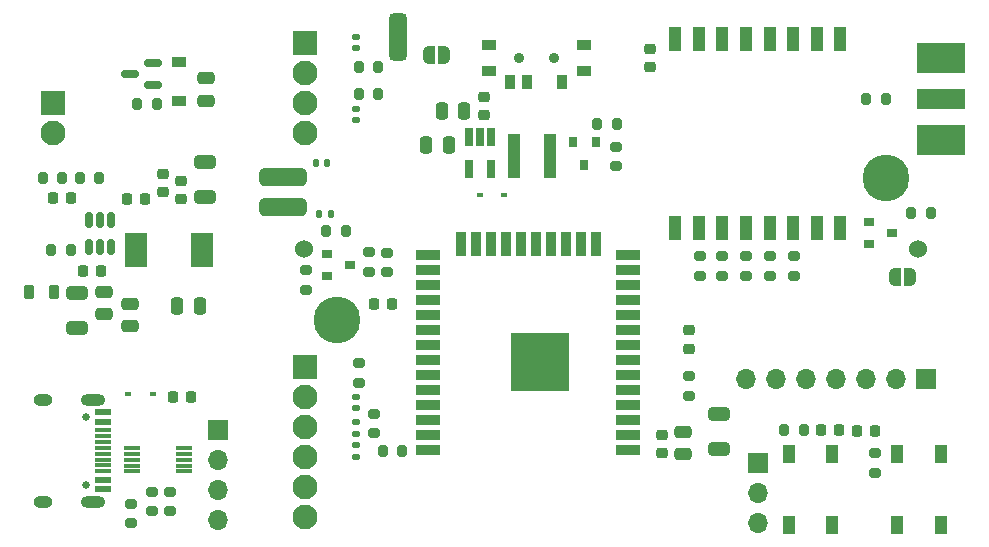
<source format=gts>
G04 #@! TF.GenerationSoftware,KiCad,Pcbnew,(6.0.0)*
G04 #@! TF.CreationDate,2022-01-31T09:48:03+01:00*
G04 #@! TF.ProjectId,lora,6c6f7261-2e6b-4696-9361-645f70636258,v2.0*
G04 #@! TF.SameCoordinates,Original*
G04 #@! TF.FileFunction,Soldermask,Top*
G04 #@! TF.FilePolarity,Negative*
%FSLAX46Y46*%
G04 Gerber Fmt 4.6, Leading zero omitted, Abs format (unit mm)*
G04 Created by KiCad (PCBNEW (6.0.0)) date 2022-01-31 09:48:03*
%MOMM*%
%LPD*%
G01*
G04 APERTURE LIST*
G04 Aperture macros list*
%AMRoundRect*
0 Rectangle with rounded corners*
0 $1 Rounding radius*
0 $2 $3 $4 $5 $6 $7 $8 $9 X,Y pos of 4 corners*
0 Add a 4 corners polygon primitive as box body*
4,1,4,$2,$3,$4,$5,$6,$7,$8,$9,$2,$3,0*
0 Add four circle primitives for the rounded corners*
1,1,$1+$1,$2,$3*
1,1,$1+$1,$4,$5*
1,1,$1+$1,$6,$7*
1,1,$1+$1,$8,$9*
0 Add four rect primitives between the rounded corners*
20,1,$1+$1,$2,$3,$4,$5,0*
20,1,$1+$1,$4,$5,$6,$7,0*
20,1,$1+$1,$6,$7,$8,$9,0*
20,1,$1+$1,$8,$9,$2,$3,0*%
%AMFreePoly0*
4,1,22,0.500000,-0.750000,0.000000,-0.750000,0.000000,-0.745033,-0.079941,-0.743568,-0.215256,-0.701293,-0.333266,-0.622738,-0.424486,-0.514219,-0.481581,-0.384460,-0.499164,-0.250000,-0.500000,-0.250000,-0.500000,0.250000,-0.499164,0.250000,-0.499963,0.256109,-0.478152,0.396186,-0.417904,0.524511,-0.324060,0.630769,-0.204165,0.706417,-0.067858,0.745374,0.000000,0.744959,0.000000,0.750000,
0.500000,0.750000,0.500000,-0.750000,0.500000,-0.750000,$1*%
%AMFreePoly1*
4,1,20,0.000000,0.744959,0.073905,0.744508,0.209726,0.703889,0.328688,0.626782,0.421226,0.519385,0.479903,0.390333,0.500000,0.250000,0.500000,-0.250000,0.499851,-0.262216,0.476331,-0.402017,0.414519,-0.529596,0.319384,-0.634700,0.198574,-0.708877,0.061801,-0.746166,0.000000,-0.745033,0.000000,-0.750000,-0.500000,-0.750000,-0.500000,0.750000,0.000000,0.750000,0.000000,0.744959,
0.000000,0.744959,$1*%
G04 Aperture macros list end*
%ADD10R,1.700000X1.700000*%
%ADD11O,1.700000X1.700000*%
%ADD12RoundRect,0.225000X0.225000X0.250000X-0.225000X0.250000X-0.225000X-0.250000X0.225000X-0.250000X0*%
%ADD13RoundRect,0.225000X0.250000X-0.225000X0.250000X0.225000X-0.250000X0.225000X-0.250000X-0.225000X0*%
%ADD14RoundRect,0.250000X0.475000X-0.250000X0.475000X0.250000X-0.475000X0.250000X-0.475000X-0.250000X0*%
%ADD15R,2.100000X2.100000*%
%ADD16C,2.100000*%
%ADD17RoundRect,0.381000X-1.619000X-0.381000X1.619000X-0.381000X1.619000X0.381000X-1.619000X0.381000X0*%
%ADD18R,0.900000X0.800000*%
%ADD19R,0.800000X0.900000*%
%ADD20RoundRect,0.200000X-0.275000X0.200000X-0.275000X-0.200000X0.275000X-0.200000X0.275000X0.200000X0*%
%ADD21RoundRect,0.200000X0.275000X-0.200000X0.275000X0.200000X-0.275000X0.200000X-0.275000X-0.200000X0*%
%ADD22RoundRect,0.200000X0.200000X0.275000X-0.200000X0.275000X-0.200000X-0.275000X0.200000X-0.275000X0*%
%ADD23RoundRect,0.200000X-0.200000X-0.275000X0.200000X-0.275000X0.200000X0.275000X-0.200000X0.275000X0*%
%ADD24R,1.000000X1.500000*%
%ADD25R,2.000000X0.900000*%
%ADD26R,0.900000X2.000000*%
%ADD27R,5.000000X5.000000*%
%ADD28R,1.000000X2.000000*%
%ADD29R,4.190000X1.780000*%
%ADD30R,4.190000X2.665000*%
%ADD31RoundRect,0.250000X0.650000X-0.325000X0.650000X0.325000X-0.650000X0.325000X-0.650000X-0.325000X0*%
%ADD32RoundRect,0.225000X-0.225000X-0.250000X0.225000X-0.250000X0.225000X0.250000X-0.225000X0.250000X0*%
%ADD33C,0.650000*%
%ADD34R,1.450000X0.600000*%
%ADD35R,1.450000X0.300000*%
%ADD36O,2.100000X1.000000*%
%ADD37O,1.600000X1.000000*%
%ADD38RoundRect,0.381000X0.381000X-1.619000X0.381000X1.619000X-0.381000X1.619000X-0.381000X-1.619000X0*%
%ADD39RoundRect,0.147500X0.172500X-0.147500X0.172500X0.147500X-0.172500X0.147500X-0.172500X-0.147500X0*%
%ADD40R,1.100000X3.700000*%
%ADD41R,0.650000X1.560000*%
%ADD42RoundRect,0.250000X-0.650000X0.325000X-0.650000X-0.325000X0.650000X-0.325000X0.650000X0.325000X0*%
%ADD43R,1.200000X0.900000*%
%ADD44RoundRect,0.250000X0.250000X0.475000X-0.250000X0.475000X-0.250000X-0.475000X0.250000X-0.475000X0*%
%ADD45RoundRect,0.250000X-0.475000X0.250000X-0.475000X-0.250000X0.475000X-0.250000X0.475000X0.250000X0*%
%ADD46RoundRect,0.225000X-0.250000X0.225000X-0.250000X-0.225000X0.250000X-0.225000X0.250000X0.225000X0*%
%ADD47R,1.950000X3.000000*%
%ADD48R,0.600000X0.450000*%
%ADD49RoundRect,0.150000X0.587500X0.150000X-0.587500X0.150000X-0.587500X-0.150000X0.587500X-0.150000X0*%
%ADD50RoundRect,0.218750X-0.218750X-0.381250X0.218750X-0.381250X0.218750X0.381250X-0.218750X0.381250X0*%
%ADD51RoundRect,0.147500X-0.172500X0.147500X-0.172500X-0.147500X0.172500X-0.147500X0.172500X0.147500X0*%
%ADD52RoundRect,0.147500X0.147500X0.172500X-0.147500X0.172500X-0.147500X-0.172500X0.147500X-0.172500X0*%
%ADD53C,0.900000*%
%ADD54R,0.900000X1.250000*%
%ADD55R,1.250000X0.900000*%
%ADD56FreePoly0,180.000000*%
%ADD57FreePoly1,180.000000*%
%ADD58R,1.400000X0.300000*%
%ADD59RoundRect,0.250000X-0.250000X-0.475000X0.250000X-0.475000X0.250000X0.475000X-0.250000X0.475000X0*%
%ADD60RoundRect,0.150000X-0.150000X0.512500X-0.150000X-0.512500X0.150000X-0.512500X0.150000X0.512500X0*%
%ADD61RoundRect,0.218750X-0.256250X0.218750X-0.256250X-0.218750X0.256250X-0.218750X0.256250X0.218750X0*%
%ADD62C,1.530000*%
%ADD63C,3.960000*%
G04 APERTURE END LIST*
D10*
X226568000Y-123190000D03*
D11*
X224028000Y-123190000D03*
X221488000Y-123190000D03*
X218948000Y-123190000D03*
X216408000Y-123190000D03*
X213868000Y-123190000D03*
X211328000Y-123190000D03*
D12*
X222250000Y-127635000D03*
X220700000Y-127635000D03*
D13*
X204200000Y-129500000D03*
X204200000Y-127950000D03*
D14*
X206000000Y-129600000D03*
X206000000Y-127700000D03*
D13*
X203149200Y-96824800D03*
X203149200Y-95274800D03*
D10*
X212344000Y-130317000D03*
D11*
X212344000Y-132857000D03*
X212344000Y-135397000D03*
D15*
X152654000Y-99822000D03*
D16*
X152654000Y-102362000D03*
D17*
X172135800Y-108686600D03*
X172135800Y-106146600D03*
D18*
X175800000Y-112600000D03*
X175800000Y-114500000D03*
X177800000Y-113550000D03*
D19*
X198562000Y-103140000D03*
X196662000Y-103140000D03*
X197612000Y-105140000D03*
D18*
X221700000Y-109900000D03*
X221700000Y-111800000D03*
X223700000Y-110850000D03*
D20*
X222250000Y-129490000D03*
X222250000Y-131140000D03*
X179350000Y-112505000D03*
X179350000Y-114155000D03*
D21*
X180900000Y-114165000D03*
X180900000Y-112515000D03*
X174050000Y-115650000D03*
X174050000Y-114000000D03*
D22*
X177425000Y-110700000D03*
X175775000Y-110700000D03*
D23*
X198692000Y-101600000D03*
X200342000Y-101600000D03*
D21*
X200279000Y-105219000D03*
X200279000Y-103569000D03*
D22*
X182181000Y-129286000D03*
X180531000Y-129286000D03*
D20*
X179832000Y-126175000D03*
X179832000Y-127825000D03*
D23*
X225300000Y-109200000D03*
X226950000Y-109200000D03*
D24*
X227806000Y-129588000D03*
X227806000Y-135588000D03*
X224106000Y-129588000D03*
X224106000Y-135588000D03*
D25*
X201350000Y-129255000D03*
X201350000Y-127985000D03*
X201350000Y-126715000D03*
X201350000Y-125445000D03*
X201350000Y-124175000D03*
X201350000Y-122905000D03*
X201350000Y-121635000D03*
X201350000Y-120365000D03*
X201350000Y-119095000D03*
X201350000Y-117825000D03*
X201350000Y-116555000D03*
X201350000Y-115285000D03*
X201350000Y-114015000D03*
X201350000Y-112745000D03*
D26*
X198565000Y-111745000D03*
X197295000Y-111745000D03*
X196025000Y-111745000D03*
X194755000Y-111745000D03*
X193485000Y-111745000D03*
X192215000Y-111745000D03*
X190945000Y-111745000D03*
X189675000Y-111745000D03*
X188405000Y-111745000D03*
X187135000Y-111745000D03*
D25*
X184350000Y-112745000D03*
X184350000Y-114015000D03*
X184350000Y-115285000D03*
X184350000Y-116555000D03*
X184350000Y-117825000D03*
X184350000Y-119095000D03*
X184350000Y-120365000D03*
X184350000Y-121635000D03*
X184350000Y-122905000D03*
X184350000Y-124175000D03*
X184350000Y-125445000D03*
X184350000Y-126715000D03*
X184350000Y-127985000D03*
X184350000Y-129255000D03*
D27*
X193850000Y-121755000D03*
D28*
X205300000Y-110400000D03*
X207300000Y-110400000D03*
X209300000Y-110400000D03*
X211300000Y-110400000D03*
X213300000Y-110400000D03*
X215300000Y-110400000D03*
X217300000Y-110400000D03*
X219300000Y-110400000D03*
X219300000Y-94400000D03*
X217300000Y-94400000D03*
X215300000Y-94400000D03*
X213300000Y-94400000D03*
X211300000Y-94400000D03*
X209300000Y-94400000D03*
X207300000Y-94400000D03*
X205300000Y-94400000D03*
D23*
X221485000Y-99480000D03*
X223135000Y-99480000D03*
D29*
X227838000Y-99500000D03*
D30*
X227838000Y-102992500D03*
X227838000Y-96007500D03*
D31*
X209000000Y-129150000D03*
X209000000Y-126200000D03*
D32*
X217665000Y-127508000D03*
X219215000Y-127508000D03*
D22*
X216204000Y-127508000D03*
X214554000Y-127508000D03*
D21*
X211328000Y-114490000D03*
X211328000Y-112840000D03*
X209296000Y-114490000D03*
X209296000Y-112840000D03*
X207391000Y-114477000D03*
X207391000Y-112827000D03*
X213360000Y-114490000D03*
X213360000Y-112840000D03*
D24*
X214916000Y-135588000D03*
X214916000Y-129588000D03*
X218616000Y-135588000D03*
X218616000Y-129588000D03*
D32*
X162801000Y-124714000D03*
X164351000Y-124714000D03*
D33*
X155456000Y-126396000D03*
X155456000Y-132176000D03*
D34*
X156901000Y-126036000D03*
X156901000Y-126836000D03*
D35*
X156901000Y-128036000D03*
X156901000Y-129036000D03*
X156901000Y-129536000D03*
X156901000Y-130536000D03*
D34*
X156901000Y-131736000D03*
X156901000Y-132536000D03*
X156901000Y-132536000D03*
X156901000Y-131736000D03*
D35*
X156901000Y-131036000D03*
X156901000Y-130036000D03*
X156901000Y-128536000D03*
X156901000Y-127536000D03*
D34*
X156901000Y-126836000D03*
X156901000Y-126036000D03*
D36*
X155986000Y-124966000D03*
D37*
X151806000Y-124966000D03*
X151806000Y-133606000D03*
D36*
X155986000Y-133606000D03*
D38*
X181864000Y-94234000D03*
D39*
X178308000Y-125684000D03*
X178308000Y-124714000D03*
D40*
X194667000Y-104333000D03*
X191667000Y-104333000D03*
D41*
X189733000Y-102729000D03*
X188783000Y-102729000D03*
X187833000Y-102729000D03*
X187833000Y-105429000D03*
X189733000Y-105429000D03*
D12*
X160414000Y-108000800D03*
X158864000Y-108000800D03*
D22*
X156527000Y-106172000D03*
X154877000Y-106172000D03*
X180149000Y-96774000D03*
X178499000Y-96774000D03*
D42*
X154686000Y-115923800D03*
X154686000Y-118873800D03*
D43*
X163322000Y-96394000D03*
X163322000Y-99694000D03*
D20*
X215392000Y-112840000D03*
X215392000Y-114490000D03*
D44*
X165034000Y-117017800D03*
X163134000Y-117017800D03*
D39*
X178308000Y-101323000D03*
X178308000Y-100353000D03*
D13*
X161925000Y-107378800D03*
X161925000Y-105828800D03*
D45*
X159131000Y-116829800D03*
X159131000Y-118729800D03*
D10*
X166624000Y-127508000D03*
D11*
X166624000Y-130048000D03*
X166624000Y-132588000D03*
X166624000Y-135128000D03*
D23*
X152464000Y-112318800D03*
X154114000Y-112318800D03*
X159753800Y-99974400D03*
X161403800Y-99974400D03*
D45*
X156972000Y-115813800D03*
X156972000Y-117713800D03*
D46*
X189103000Y-99301000D03*
X189103000Y-100851000D03*
D47*
X159658000Y-112318800D03*
X165208000Y-112318800D03*
D48*
X161070000Y-124460000D03*
X158970000Y-124460000D03*
D15*
X173990000Y-122174000D03*
D16*
X173990000Y-124714000D03*
X173990000Y-127254000D03*
X173990000Y-129794000D03*
X173990000Y-132334000D03*
X173990000Y-134874000D03*
D49*
X161059100Y-98333600D03*
X161059100Y-96433600D03*
X159184100Y-97383600D03*
D44*
X187447000Y-100523000D03*
X185547000Y-100523000D03*
D50*
X150575500Y-115874800D03*
X152700500Y-115874800D03*
D51*
X178308000Y-94257000D03*
X178308000Y-95227000D03*
D52*
X176149000Y-109220000D03*
X175179000Y-109220000D03*
D21*
X159258000Y-135445000D03*
X159258000Y-133795000D03*
D48*
X188749000Y-107635000D03*
X190849000Y-107635000D03*
D32*
X179819000Y-116840000D03*
X181369000Y-116840000D03*
D22*
X153416000Y-106172000D03*
X151766000Y-106172000D03*
D53*
X192048000Y-96012000D03*
X195048000Y-96012000D03*
D54*
X195748000Y-98087000D03*
X192798000Y-98087000D03*
X191298000Y-98087000D03*
D55*
X189523000Y-94912000D03*
X189523000Y-97112000D03*
X197573000Y-97112000D03*
X197573000Y-94912000D03*
D32*
X155181000Y-114096800D03*
X156731000Y-114096800D03*
D21*
X206502000Y-124650000D03*
X206502000Y-123000000D03*
X162560000Y-134429000D03*
X162560000Y-132779000D03*
D22*
X180149000Y-99060000D03*
X178499000Y-99060000D03*
D56*
X185765200Y-95808800D03*
D57*
X184465200Y-95808800D03*
D31*
X165481000Y-107824800D03*
X165481000Y-104874800D03*
D58*
X159344000Y-129048000D03*
X159344000Y-129548000D03*
X159344000Y-130048000D03*
X159344000Y-130548000D03*
X159344000Y-131048000D03*
X163744000Y-131048000D03*
X163744000Y-130548000D03*
X163744000Y-130048000D03*
X163744000Y-129548000D03*
X163744000Y-129048000D03*
D59*
X184216000Y-103378000D03*
X186116000Y-103378000D03*
D12*
X154191000Y-107873800D03*
X152641000Y-107873800D03*
D15*
X173990000Y-94737000D03*
D16*
X173990000Y-97277000D03*
X173990000Y-99817000D03*
X173990000Y-102357000D03*
D60*
X157541000Y-109784300D03*
X156591000Y-109784300D03*
X155641000Y-109784300D03*
X155641000Y-112059300D03*
X156591000Y-112059300D03*
X157541000Y-112059300D03*
D21*
X161036000Y-134429000D03*
X161036000Y-132779000D03*
D56*
X225186000Y-114554000D03*
D57*
X223886000Y-114554000D03*
D51*
X178308000Y-128824000D03*
X178308000Y-129794000D03*
D45*
X165557200Y-97754400D03*
X165557200Y-99654400D03*
D20*
X178562000Y-121870000D03*
X178562000Y-123520000D03*
D51*
X178308000Y-126896000D03*
X178308000Y-127866000D03*
D46*
X163449000Y-106463800D03*
X163449000Y-108013800D03*
D61*
X206502000Y-119100500D03*
X206502000Y-120675500D03*
D52*
X175849000Y-104902000D03*
X174879000Y-104902000D03*
D62*
X225893000Y-112172200D03*
X173903000Y-112172200D03*
D63*
X176653000Y-118212200D03*
X223133000Y-106222200D03*
M02*

</source>
